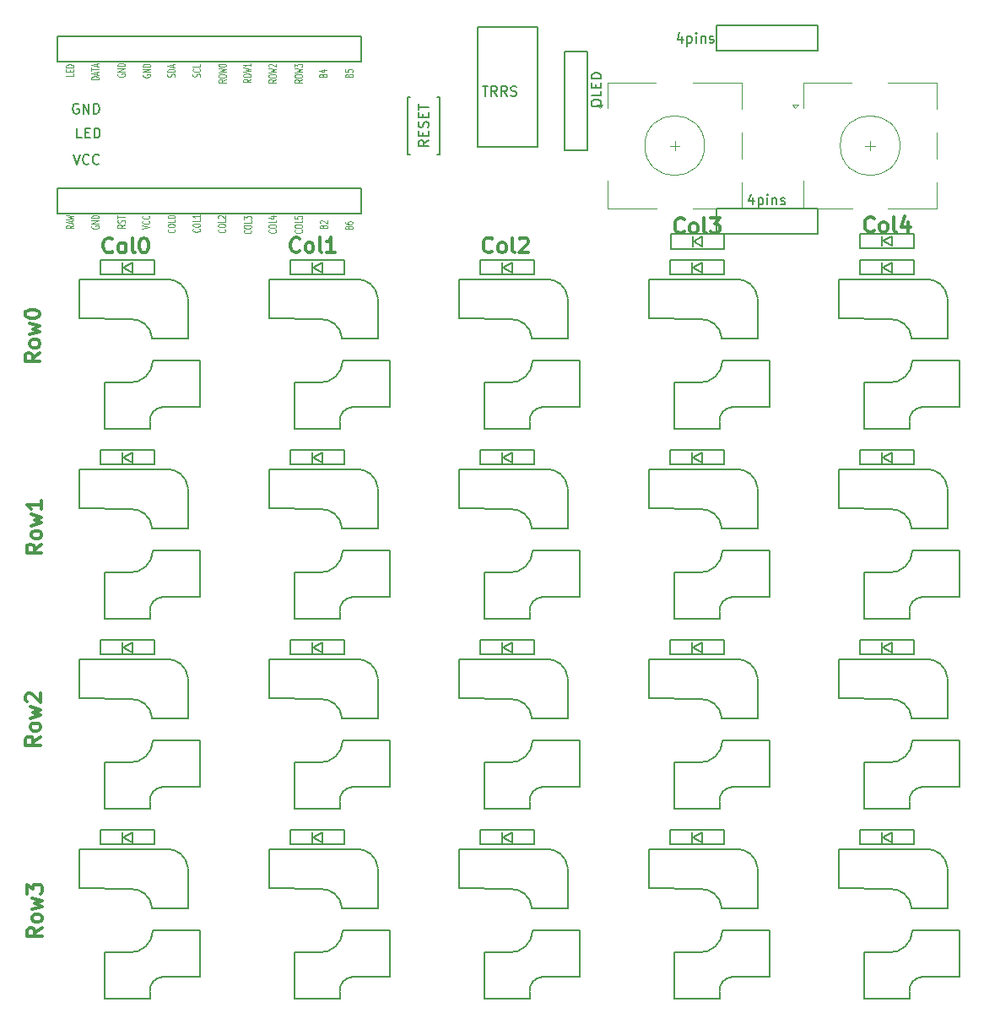
<source format=gbr>
G04 #@! TF.GenerationSoftware,KiCad,Pcbnew,(5.1.6-0-10_14)*
G04 #@! TF.CreationDate,2022-12-11T18:06:32+09:00*
G04 #@! TF.ProjectId,cool644,636f6f6c-3634-4342-9e6b-696361645f70,rev?*
G04 #@! TF.SameCoordinates,Original*
G04 #@! TF.FileFunction,Legend,Top*
G04 #@! TF.FilePolarity,Positive*
%FSLAX46Y46*%
G04 Gerber Fmt 4.6, Leading zero omitted, Abs format (unit mm)*
G04 Created by KiCad (PCBNEW (5.1.6-0-10_14)) date 2022-12-11 18:06:32*
%MOMM*%
%LPD*%
G01*
G04 APERTURE LIST*
%ADD10C,0.300000*%
%ADD11C,0.150000*%
%ADD12C,0.120000*%
%ADD13C,0.125000*%
G04 APERTURE END LIST*
D10*
X-1481428Y9594285D02*
X-1552857Y9522857D01*
X-1767142Y9451428D01*
X-1910000Y9451428D01*
X-2124285Y9522857D01*
X-2267142Y9665714D01*
X-2338571Y9808571D01*
X-2410000Y10094285D01*
X-2410000Y10308571D01*
X-2338571Y10594285D01*
X-2267142Y10737142D01*
X-2124285Y10880000D01*
X-1910000Y10951428D01*
X-1767142Y10951428D01*
X-1552857Y10880000D01*
X-1481428Y10808571D01*
X-624285Y9451428D02*
X-767142Y9522857D01*
X-838571Y9594285D01*
X-909999Y9737142D01*
X-909999Y10165714D01*
X-838571Y10308571D01*
X-767142Y10380000D01*
X-624285Y10451428D01*
X-410000Y10451428D01*
X-267142Y10380000D01*
X-195714Y10308571D01*
X-124285Y10165714D01*
X-124285Y9737142D01*
X-195714Y9594285D01*
X-267142Y9522857D01*
X-410000Y9451428D01*
X-624285Y9451428D01*
X732857Y9451428D02*
X590000Y9522857D01*
X518571Y9665714D01*
X518571Y10951428D01*
X1590000Y10951428D02*
X1732857Y10951428D01*
X1875714Y10880000D01*
X1947142Y10808571D01*
X2018571Y10665714D01*
X2090000Y10380000D01*
X2090000Y10022857D01*
X2018571Y9737142D01*
X1947142Y9594285D01*
X1875714Y9522857D01*
X1732857Y9451428D01*
X1590000Y9451428D01*
X1447142Y9522857D01*
X1375714Y9594285D01*
X1304285Y9737142D01*
X1232857Y10022857D01*
X1232857Y10380000D01*
X1304285Y10665714D01*
X1375714Y10808571D01*
X1447142Y10880000D01*
X1590000Y10951428D01*
X55858571Y11574285D02*
X55787142Y11502857D01*
X55572857Y11431428D01*
X55430000Y11431428D01*
X55215714Y11502857D01*
X55072857Y11645714D01*
X55001428Y11788571D01*
X54930000Y12074285D01*
X54930000Y12288571D01*
X55001428Y12574285D01*
X55072857Y12717142D01*
X55215714Y12860000D01*
X55430000Y12931428D01*
X55572857Y12931428D01*
X55787142Y12860000D01*
X55858571Y12788571D01*
X56715714Y11431428D02*
X56572857Y11502857D01*
X56501428Y11574285D01*
X56430000Y11717142D01*
X56430000Y12145714D01*
X56501428Y12288571D01*
X56572857Y12360000D01*
X56715714Y12431428D01*
X56930000Y12431428D01*
X57072857Y12360000D01*
X57144285Y12288571D01*
X57215714Y12145714D01*
X57215714Y11717142D01*
X57144285Y11574285D01*
X57072857Y11502857D01*
X56930000Y11431428D01*
X56715714Y11431428D01*
X58072857Y11431428D02*
X57930000Y11502857D01*
X57858571Y11645714D01*
X57858571Y12931428D01*
X58501428Y12931428D02*
X59430000Y12931428D01*
X58930000Y12360000D01*
X59144285Y12360000D01*
X59287142Y12288571D01*
X59358571Y12217142D01*
X59430000Y12074285D01*
X59430000Y11717142D01*
X59358571Y11574285D01*
X59287142Y11502857D01*
X59144285Y11431428D01*
X58715714Y11431428D01*
X58572857Y11502857D01*
X58501428Y11574285D01*
X17298571Y9624285D02*
X17227142Y9552857D01*
X17012857Y9481428D01*
X16870000Y9481428D01*
X16655714Y9552857D01*
X16512857Y9695714D01*
X16441428Y9838571D01*
X16370000Y10124285D01*
X16370000Y10338571D01*
X16441428Y10624285D01*
X16512857Y10767142D01*
X16655714Y10910000D01*
X16870000Y10981428D01*
X17012857Y10981428D01*
X17227142Y10910000D01*
X17298571Y10838571D01*
X18155714Y9481428D02*
X18012857Y9552857D01*
X17941428Y9624285D01*
X17870000Y9767142D01*
X17870000Y10195714D01*
X17941428Y10338571D01*
X18012857Y10410000D01*
X18155714Y10481428D01*
X18370000Y10481428D01*
X18512857Y10410000D01*
X18584285Y10338571D01*
X18655714Y10195714D01*
X18655714Y9767142D01*
X18584285Y9624285D01*
X18512857Y9552857D01*
X18370000Y9481428D01*
X18155714Y9481428D01*
X19512857Y9481428D02*
X19370000Y9552857D01*
X19298571Y9695714D01*
X19298571Y10981428D01*
X20870000Y9481428D02*
X20012857Y9481428D01*
X20441428Y9481428D02*
X20441428Y10981428D01*
X20298571Y10767142D01*
X20155714Y10624285D01*
X20012857Y10552857D01*
X-8731428Y-39074285D02*
X-9445714Y-39574285D01*
X-8731428Y-39931428D02*
X-10231428Y-39931428D01*
X-10231428Y-39360000D01*
X-10160000Y-39217142D01*
X-10088571Y-39145714D01*
X-9945714Y-39074285D01*
X-9731428Y-39074285D01*
X-9588571Y-39145714D01*
X-9517142Y-39217142D01*
X-9445714Y-39360000D01*
X-9445714Y-39931428D01*
X-8731428Y-38217142D02*
X-8802857Y-38360000D01*
X-8874285Y-38431428D01*
X-9017142Y-38502857D01*
X-9445714Y-38502857D01*
X-9588571Y-38431428D01*
X-9660000Y-38360000D01*
X-9731428Y-38217142D01*
X-9731428Y-38002857D01*
X-9660000Y-37860000D01*
X-9588571Y-37788571D01*
X-9445714Y-37717142D01*
X-9017142Y-37717142D01*
X-8874285Y-37788571D01*
X-8802857Y-37860000D01*
X-8731428Y-38002857D01*
X-8731428Y-38217142D01*
X-9731428Y-37217142D02*
X-8731428Y-36931428D01*
X-9445714Y-36645714D01*
X-8731428Y-36360000D01*
X-9731428Y-36074285D01*
X-10088571Y-35574285D02*
X-10160000Y-35502857D01*
X-10231428Y-35360000D01*
X-10231428Y-35002857D01*
X-10160000Y-34860000D01*
X-10088571Y-34788571D01*
X-9945714Y-34717142D01*
X-9802857Y-34717142D01*
X-9588571Y-34788571D01*
X-8731428Y-35645714D01*
X-8731428Y-34717142D01*
X74908571Y11684285D02*
X74837142Y11612857D01*
X74622857Y11541428D01*
X74480000Y11541428D01*
X74265714Y11612857D01*
X74122857Y11755714D01*
X74051428Y11898571D01*
X73980000Y12184285D01*
X73980000Y12398571D01*
X74051428Y12684285D01*
X74122857Y12827142D01*
X74265714Y12970000D01*
X74480000Y13041428D01*
X74622857Y13041428D01*
X74837142Y12970000D01*
X74908571Y12898571D01*
X75765714Y11541428D02*
X75622857Y11612857D01*
X75551428Y11684285D01*
X75480000Y11827142D01*
X75480000Y12255714D01*
X75551428Y12398571D01*
X75622857Y12470000D01*
X75765714Y12541428D01*
X75980000Y12541428D01*
X76122857Y12470000D01*
X76194285Y12398571D01*
X76265714Y12255714D01*
X76265714Y11827142D01*
X76194285Y11684285D01*
X76122857Y11612857D01*
X75980000Y11541428D01*
X75765714Y11541428D01*
X77122857Y11541428D02*
X76980000Y11612857D01*
X76908571Y11755714D01*
X76908571Y13041428D01*
X78337142Y12541428D02*
X78337142Y11541428D01*
X77980000Y13112857D02*
X77622857Y12041428D01*
X78551428Y12041428D01*
X36628571Y9614285D02*
X36557142Y9542857D01*
X36342857Y9471428D01*
X36200000Y9471428D01*
X35985714Y9542857D01*
X35842857Y9685714D01*
X35771428Y9828571D01*
X35700000Y10114285D01*
X35700000Y10328571D01*
X35771428Y10614285D01*
X35842857Y10757142D01*
X35985714Y10900000D01*
X36200000Y10971428D01*
X36342857Y10971428D01*
X36557142Y10900000D01*
X36628571Y10828571D01*
X37485714Y9471428D02*
X37342857Y9542857D01*
X37271428Y9614285D01*
X37200000Y9757142D01*
X37200000Y10185714D01*
X37271428Y10328571D01*
X37342857Y10400000D01*
X37485714Y10471428D01*
X37700000Y10471428D01*
X37842857Y10400000D01*
X37914285Y10328571D01*
X37985714Y10185714D01*
X37985714Y9757142D01*
X37914285Y9614285D01*
X37842857Y9542857D01*
X37700000Y9471428D01*
X37485714Y9471428D01*
X38842857Y9471428D02*
X38700000Y9542857D01*
X38628571Y9685714D01*
X38628571Y10971428D01*
X39342857Y10828571D02*
X39414285Y10900000D01*
X39557142Y10971428D01*
X39914285Y10971428D01*
X40057142Y10900000D01*
X40128571Y10828571D01*
X40200000Y10685714D01*
X40200000Y10542857D01*
X40128571Y10328571D01*
X39271428Y9471428D01*
X40200000Y9471428D01*
X-8561428Y-58244285D02*
X-9275714Y-58744285D01*
X-8561428Y-59101428D02*
X-10061428Y-59101428D01*
X-10061428Y-58530000D01*
X-9990000Y-58387142D01*
X-9918571Y-58315714D01*
X-9775714Y-58244285D01*
X-9561428Y-58244285D01*
X-9418571Y-58315714D01*
X-9347142Y-58387142D01*
X-9275714Y-58530000D01*
X-9275714Y-59101428D01*
X-8561428Y-57387142D02*
X-8632857Y-57530000D01*
X-8704285Y-57601428D01*
X-8847142Y-57672857D01*
X-9275714Y-57672857D01*
X-9418571Y-57601428D01*
X-9490000Y-57530000D01*
X-9561428Y-57387142D01*
X-9561428Y-57172857D01*
X-9490000Y-57030000D01*
X-9418571Y-56958571D01*
X-9275714Y-56887142D01*
X-8847142Y-56887142D01*
X-8704285Y-56958571D01*
X-8632857Y-57030000D01*
X-8561428Y-57172857D01*
X-8561428Y-57387142D01*
X-9561428Y-56387142D02*
X-8561428Y-56101428D01*
X-9275714Y-55815714D01*
X-8561428Y-55530000D01*
X-9561428Y-55244285D01*
X-10061428Y-54815714D02*
X-10061428Y-53887142D01*
X-9490000Y-54387142D01*
X-9490000Y-54172857D01*
X-9418571Y-54030000D01*
X-9347142Y-53958571D01*
X-9204285Y-53887142D01*
X-8847142Y-53887142D01*
X-8704285Y-53958571D01*
X-8632857Y-54030000D01*
X-8561428Y-54172857D01*
X-8561428Y-54601428D01*
X-8632857Y-54744285D01*
X-8704285Y-54815714D01*
X-8771428Y-614285D02*
X-9485714Y-1114285D01*
X-8771428Y-1471428D02*
X-10271428Y-1471428D01*
X-10271428Y-900000D01*
X-10200000Y-757142D01*
X-10128571Y-685714D01*
X-9985714Y-614285D01*
X-9771428Y-614285D01*
X-9628571Y-685714D01*
X-9557142Y-757142D01*
X-9485714Y-900000D01*
X-9485714Y-1471428D01*
X-8771428Y242857D02*
X-8842857Y100000D01*
X-8914285Y28571D01*
X-9057142Y-42857D01*
X-9485714Y-42857D01*
X-9628571Y28571D01*
X-9700000Y100000D01*
X-9771428Y242857D01*
X-9771428Y457142D01*
X-9700000Y600000D01*
X-9628571Y671428D01*
X-9485714Y742857D01*
X-9057142Y742857D01*
X-8914285Y671428D01*
X-8842857Y600000D01*
X-8771428Y457142D01*
X-8771428Y242857D01*
X-9771428Y1242857D02*
X-8771428Y1528571D01*
X-9485714Y1814285D01*
X-8771428Y2100000D01*
X-9771428Y2385714D01*
X-10271428Y3242857D02*
X-10271428Y3385714D01*
X-10200000Y3528571D01*
X-10128571Y3599999D01*
X-9985714Y3671428D01*
X-9700000Y3742857D01*
X-9342857Y3742857D01*
X-9057142Y3671428D01*
X-8914285Y3599999D01*
X-8842857Y3528571D01*
X-8771428Y3385714D01*
X-8771428Y3242857D01*
X-8842857Y3099999D01*
X-8914285Y3028571D01*
X-9057142Y2957142D01*
X-9342857Y2885714D01*
X-9700000Y2885714D01*
X-9985714Y2957142D01*
X-10128571Y3028571D01*
X-10200000Y3099999D01*
X-10271428Y3242857D01*
X-8601428Y-19784285D02*
X-9315714Y-20284285D01*
X-8601428Y-20641428D02*
X-10101428Y-20641428D01*
X-10101428Y-20070000D01*
X-10030000Y-19927142D01*
X-9958571Y-19855714D01*
X-9815714Y-19784285D01*
X-9601428Y-19784285D01*
X-9458571Y-19855714D01*
X-9387142Y-19927142D01*
X-9315714Y-20070000D01*
X-9315714Y-20641428D01*
X-8601428Y-18927142D02*
X-8672857Y-19070000D01*
X-8744285Y-19141428D01*
X-8887142Y-19212857D01*
X-9315714Y-19212857D01*
X-9458571Y-19141428D01*
X-9530000Y-19070000D01*
X-9601428Y-18927142D01*
X-9601428Y-18712857D01*
X-9530000Y-18570000D01*
X-9458571Y-18498571D01*
X-9315714Y-18427142D01*
X-8887142Y-18427142D01*
X-8744285Y-18498571D01*
X-8672857Y-18570000D01*
X-8601428Y-18712857D01*
X-8601428Y-18927142D01*
X-9601428Y-17927142D02*
X-8601428Y-17641428D01*
X-9315714Y-17355714D01*
X-8601428Y-17070000D01*
X-9601428Y-16784285D01*
X-8601428Y-15427142D02*
X-8601428Y-16284285D01*
X-8601428Y-15855714D02*
X-10101428Y-15855714D01*
X-9887142Y-15998571D01*
X-9744285Y-16141428D01*
X-9672857Y-16284285D01*
D11*
X6100000Y896000D02*
X2490000Y896000D01*
X6100000Y4850000D02*
X6100000Y905000D01*
X-4800000Y6804000D02*
X3825000Y6804000D01*
X-4800000Y2896000D02*
X-4800000Y6804000D01*
X-4800000Y2850000D02*
X250000Y2804000D01*
X-2275000Y-8225000D02*
X2275000Y-8225000D01*
X-2275000Y-3575000D02*
X275000Y-3575000D01*
X2575000Y-1375000D02*
X7275000Y-1375000D01*
X3500000Y-6025000D02*
X7275000Y-6025000D01*
X-2300000Y-3600000D02*
X-2300000Y-8200000D01*
X7275000Y-1400000D02*
X7300000Y-6000000D01*
X2280000Y-7500000D02*
X2280000Y-8200000D01*
X6089000Y4920000D02*
G75*
G03*
X3825000Y6804000I-2074000J-190000D01*
G01*
X2485000Y920000D02*
G75*
G03*
X225000Y2800000I-2070000J-190000D01*
G01*
X2570000Y-1400000D02*
G75*
G02*
X200000Y-3570000I-2270000J100000D01*
G01*
X2280000Y-7450000D02*
G75*
G02*
X3500000Y-6030000I1320000J100000D01*
G01*
X44200000Y896000D02*
X40590000Y896000D01*
X44200000Y4850000D02*
X44200000Y905000D01*
X33300000Y6804000D02*
X41925000Y6804000D01*
X33300000Y2896000D02*
X33300000Y6804000D01*
X33300000Y2850000D02*
X38350000Y2804000D01*
X35825000Y-8225000D02*
X40375000Y-8225000D01*
X35825000Y-3575000D02*
X38375000Y-3575000D01*
X40675000Y-1375000D02*
X45375000Y-1375000D01*
X41600000Y-6025000D02*
X45375000Y-6025000D01*
X35800000Y-3600000D02*
X35800000Y-8200000D01*
X45375000Y-1400000D02*
X45400000Y-6000000D01*
X40380000Y-7500000D02*
X40380000Y-8200000D01*
X44189000Y4920000D02*
G75*
G03*
X41925000Y6804000I-2074000J-190000D01*
G01*
X40585000Y920000D02*
G75*
G03*
X38325000Y2800000I-2070000J-190000D01*
G01*
X40670000Y-1400000D02*
G75*
G02*
X38300000Y-3570000I-2270000J100000D01*
G01*
X40380000Y-7450000D02*
G75*
G02*
X41600000Y-6030000I1320000J100000D01*
G01*
X37700000Y8000000D02*
X38600000Y8500000D01*
X38600000Y8500000D02*
X38600000Y7500000D01*
X38600000Y7500000D02*
X37700000Y8000000D01*
X37600000Y8500000D02*
X37600000Y7500000D01*
X40800000Y8750000D02*
X35400000Y8750000D01*
X35400000Y8750000D02*
X35400000Y7250000D01*
X35400000Y7250000D02*
X40800000Y7250000D01*
X40800000Y7250000D02*
X40800000Y8750000D01*
X56750000Y8000000D02*
X57650000Y8500000D01*
X57650000Y8500000D02*
X57650000Y7500000D01*
X57650000Y7500000D02*
X56750000Y8000000D01*
X56650000Y8500000D02*
X56650000Y7500000D01*
X59850000Y8750000D02*
X54450000Y8750000D01*
X54450000Y8750000D02*
X54450000Y7250000D01*
X54450000Y7250000D02*
X59850000Y7250000D01*
X59850000Y7250000D02*
X59850000Y8750000D01*
X75800000Y8000000D02*
X76700000Y8500000D01*
X76700000Y8500000D02*
X76700000Y7500000D01*
X76700000Y7500000D02*
X75800000Y8000000D01*
X75700000Y8500000D02*
X75700000Y7500000D01*
X78900000Y8750000D02*
X73500000Y8750000D01*
X73500000Y8750000D02*
X73500000Y7250000D01*
X73500000Y7250000D02*
X78900000Y7250000D01*
X78900000Y7250000D02*
X78900000Y8750000D01*
X18650000Y8000000D02*
X19550000Y8500000D01*
X19550000Y8500000D02*
X19550000Y7500000D01*
X19550000Y7500000D02*
X18650000Y8000000D01*
X18550000Y8500000D02*
X18550000Y7500000D01*
X21750000Y8750000D02*
X16350000Y8750000D01*
X16350000Y8750000D02*
X16350000Y7250000D01*
X16350000Y7250000D02*
X21750000Y7250000D01*
X21750000Y7250000D02*
X21750000Y8750000D01*
X78480000Y-7500000D02*
X78480000Y-8200000D01*
X83475000Y-1400000D02*
X83500000Y-6000000D01*
X73900000Y-3600000D02*
X73900000Y-8200000D01*
X79700000Y-6025000D02*
X83475000Y-6025000D01*
X78775000Y-1375000D02*
X83475000Y-1375000D01*
X73925000Y-3575000D02*
X76475000Y-3575000D01*
X73925000Y-8225000D02*
X78475000Y-8225000D01*
X71400000Y2850000D02*
X76450000Y2804000D01*
X71400000Y2896000D02*
X71400000Y6804000D01*
X71400000Y6804000D02*
X80025000Y6804000D01*
X82300000Y4850000D02*
X82300000Y905000D01*
X82300000Y896000D02*
X78690000Y896000D01*
X78480000Y-7450000D02*
G75*
G02*
X79700000Y-6030000I1320000J100000D01*
G01*
X78770000Y-1400000D02*
G75*
G02*
X76400000Y-3570000I-2270000J100000D01*
G01*
X78685000Y920000D02*
G75*
G03*
X76425000Y2800000I-2070000J-190000D01*
G01*
X82289000Y4920000D02*
G75*
G03*
X80025000Y6804000I-2074000J-190000D01*
G01*
X35130000Y32070000D02*
X41130000Y32070000D01*
X41130000Y32070000D02*
X41130000Y20070000D01*
X41130000Y20070000D02*
X35130000Y20070000D01*
X35130000Y20070000D02*
X35130000Y32070000D01*
X31350000Y19350000D02*
X31350000Y25050000D01*
X31350000Y25050000D02*
X31100000Y25050000D01*
X31350000Y19350000D02*
X31100000Y19350000D01*
X28150000Y19350000D02*
X28400000Y19350000D01*
X28150000Y19350000D02*
X28150000Y25050000D01*
X28150000Y25050000D02*
X28400000Y25050000D01*
X43830000Y29660000D02*
X43830000Y19760000D01*
X46130000Y29660000D02*
X46130000Y19760000D01*
X46130000Y19760000D02*
X43830000Y19760000D01*
X43830000Y29660000D02*
X46130000Y29660000D01*
X25150000Y896000D02*
X21540000Y896000D01*
X25150000Y4850000D02*
X25150000Y905000D01*
X14250000Y6804000D02*
X22875000Y6804000D01*
X14250000Y2896000D02*
X14250000Y6804000D01*
X14250000Y2850000D02*
X19300000Y2804000D01*
X16775000Y-8225000D02*
X21325000Y-8225000D01*
X16775000Y-3575000D02*
X19325000Y-3575000D01*
X21625000Y-1375000D02*
X26325000Y-1375000D01*
X22550000Y-6025000D02*
X26325000Y-6025000D01*
X16750000Y-3600000D02*
X16750000Y-8200000D01*
X26325000Y-1400000D02*
X26350000Y-6000000D01*
X21330000Y-7500000D02*
X21330000Y-8200000D01*
X25139000Y4920000D02*
G75*
G03*
X22875000Y6804000I-2074000J-190000D01*
G01*
X21535000Y920000D02*
G75*
G03*
X19275000Y2800000I-2070000J-190000D01*
G01*
X21620000Y-1400000D02*
G75*
G02*
X19250000Y-3570000I-2270000J100000D01*
G01*
X21330000Y-7450000D02*
G75*
G02*
X22550000Y-6030000I1320000J100000D01*
G01*
X-400000Y-11050000D02*
X500000Y-10550000D01*
X500000Y-10550000D02*
X500000Y-11550000D01*
X500000Y-11550000D02*
X-400000Y-11050000D01*
X-500000Y-10550000D02*
X-500000Y-11550000D01*
X2700000Y-10300000D02*
X-2700000Y-10300000D01*
X-2700000Y-10300000D02*
X-2700000Y-11800000D01*
X-2700000Y-11800000D02*
X2700000Y-11800000D01*
X2700000Y-11800000D02*
X2700000Y-10300000D01*
X56750000Y-11050000D02*
X57650000Y-10550000D01*
X57650000Y-10550000D02*
X57650000Y-11550000D01*
X57650000Y-11550000D02*
X56750000Y-11050000D01*
X56650000Y-10550000D02*
X56650000Y-11550000D01*
X59850000Y-10300000D02*
X54450000Y-10300000D01*
X54450000Y-10300000D02*
X54450000Y-11800000D01*
X54450000Y-11800000D02*
X59850000Y-11800000D01*
X59850000Y-11800000D02*
X59850000Y-10300000D01*
X18650000Y-49150000D02*
X19550000Y-48650000D01*
X19550000Y-48650000D02*
X19550000Y-49650000D01*
X19550000Y-49650000D02*
X18650000Y-49150000D01*
X18550000Y-48650000D02*
X18550000Y-49650000D01*
X21750000Y-48400000D02*
X16350000Y-48400000D01*
X16350000Y-48400000D02*
X16350000Y-49900000D01*
X16350000Y-49900000D02*
X21750000Y-49900000D01*
X21750000Y-49900000D02*
X21750000Y-48400000D01*
X37700000Y-11050000D02*
X38600000Y-10550000D01*
X38600000Y-10550000D02*
X38600000Y-11550000D01*
X38600000Y-11550000D02*
X37700000Y-11050000D01*
X37600000Y-10550000D02*
X37600000Y-11550000D01*
X40800000Y-10300000D02*
X35400000Y-10300000D01*
X35400000Y-10300000D02*
X35400000Y-11800000D01*
X35400000Y-11800000D02*
X40800000Y-11800000D01*
X40800000Y-11800000D02*
X40800000Y-10300000D01*
X18650000Y-11050000D02*
X19550000Y-10550000D01*
X19550000Y-10550000D02*
X19550000Y-11550000D01*
X19550000Y-11550000D02*
X18650000Y-11050000D01*
X18550000Y-10550000D02*
X18550000Y-11550000D01*
X21750000Y-10300000D02*
X16350000Y-10300000D01*
X16350000Y-10300000D02*
X16350000Y-11800000D01*
X16350000Y-11800000D02*
X21750000Y-11800000D01*
X21750000Y-11800000D02*
X21750000Y-10300000D01*
X37700000Y-49150000D02*
X38600000Y-48650000D01*
X38600000Y-48650000D02*
X38600000Y-49650000D01*
X38600000Y-49650000D02*
X37700000Y-49150000D01*
X37600000Y-48650000D02*
X37600000Y-49650000D01*
X40800000Y-48400000D02*
X35400000Y-48400000D01*
X35400000Y-48400000D02*
X35400000Y-49900000D01*
X35400000Y-49900000D02*
X40800000Y-49900000D01*
X40800000Y-49900000D02*
X40800000Y-48400000D01*
X56750000Y-49150000D02*
X57650000Y-48650000D01*
X57650000Y-48650000D02*
X57650000Y-49650000D01*
X57650000Y-49650000D02*
X56750000Y-49150000D01*
X56650000Y-48650000D02*
X56650000Y-49650000D01*
X59850000Y-48400000D02*
X54450000Y-48400000D01*
X54450000Y-48400000D02*
X54450000Y-49900000D01*
X54450000Y-49900000D02*
X59850000Y-49900000D01*
X59850000Y-49900000D02*
X59850000Y-48400000D01*
X23482000Y28646400D02*
X-6998000Y28646400D01*
X23482000Y31186400D02*
X23482000Y28646400D01*
X-6998000Y31186400D02*
X23482000Y31186400D01*
X-6998000Y28646400D02*
X-6998000Y31186400D01*
X23482000Y13426400D02*
X-6998000Y13426400D01*
X23482000Y15966400D02*
X23482000Y13426400D01*
X-6998000Y15966400D02*
X23482000Y15966400D01*
X-6998000Y13426400D02*
X-6998000Y15966400D01*
X78880000Y9890000D02*
X78880000Y11390000D01*
X73480000Y9890000D02*
X78880000Y9890000D01*
X73480000Y11390000D02*
X73480000Y9890000D01*
X78880000Y11390000D02*
X73480000Y11390000D01*
X75680000Y11140000D02*
X75680000Y10140000D01*
X76680000Y10140000D02*
X75780000Y10640000D01*
X76680000Y11140000D02*
X76680000Y10140000D01*
X75780000Y10640000D02*
X76680000Y11140000D01*
X82300000Y-37204000D02*
X78690000Y-37204000D01*
X82300000Y-33250000D02*
X82300000Y-37195000D01*
X71400000Y-31296000D02*
X80025000Y-31296000D01*
X71400000Y-35204000D02*
X71400000Y-31296000D01*
X71400000Y-35250000D02*
X76450000Y-35296000D01*
X73925000Y-46325000D02*
X78475000Y-46325000D01*
X73925000Y-41675000D02*
X76475000Y-41675000D01*
X78775000Y-39475000D02*
X83475000Y-39475000D01*
X79700000Y-44125000D02*
X83475000Y-44125000D01*
X73900000Y-41700000D02*
X73900000Y-46300000D01*
X83475000Y-39500000D02*
X83500000Y-44100000D01*
X78480000Y-45600000D02*
X78480000Y-46300000D01*
X82289000Y-33180000D02*
G75*
G03*
X80025000Y-31296000I-2074000J-190000D01*
G01*
X78685000Y-37180000D02*
G75*
G03*
X76425000Y-35300000I-2070000J-190000D01*
G01*
X78770000Y-39500000D02*
G75*
G02*
X76400000Y-41670000I-2270000J100000D01*
G01*
X78480000Y-45550000D02*
G75*
G02*
X79700000Y-44130000I1320000J100000D01*
G01*
X56750000Y-30100000D02*
X57650000Y-29600000D01*
X57650000Y-29600000D02*
X57650000Y-30600000D01*
X57650000Y-30600000D02*
X56750000Y-30100000D01*
X56650000Y-29600000D02*
X56650000Y-30600000D01*
X59850000Y-29350000D02*
X54450000Y-29350000D01*
X54450000Y-29350000D02*
X54450000Y-30850000D01*
X54450000Y-30850000D02*
X59850000Y-30850000D01*
X59850000Y-30850000D02*
X59850000Y-29350000D01*
X6100000Y-18154000D02*
X2490000Y-18154000D01*
X6100000Y-14200000D02*
X6100000Y-18145000D01*
X-4800000Y-12246000D02*
X3825000Y-12246000D01*
X-4800000Y-16154000D02*
X-4800000Y-12246000D01*
X-4800000Y-16200000D02*
X250000Y-16246000D01*
X-2275000Y-27275000D02*
X2275000Y-27275000D01*
X-2275000Y-22625000D02*
X275000Y-22625000D01*
X2575000Y-20425000D02*
X7275000Y-20425000D01*
X3500000Y-25075000D02*
X7275000Y-25075000D01*
X-2300000Y-22650000D02*
X-2300000Y-27250000D01*
X7275000Y-20450000D02*
X7300000Y-25050000D01*
X2280000Y-26550000D02*
X2280000Y-27250000D01*
X6089000Y-14130000D02*
G75*
G03*
X3825000Y-12246000I-2074000J-190000D01*
G01*
X2485000Y-18130000D02*
G75*
G03*
X225000Y-16250000I-2070000J-190000D01*
G01*
X2570000Y-20450000D02*
G75*
G02*
X200000Y-22620000I-2270000J100000D01*
G01*
X2280000Y-26500000D02*
G75*
G02*
X3500000Y-25080000I1320000J100000D01*
G01*
X21330000Y-64650000D02*
X21330000Y-65350000D01*
X26325000Y-58550000D02*
X26350000Y-63150000D01*
X16750000Y-60750000D02*
X16750000Y-65350000D01*
X22550000Y-63175000D02*
X26325000Y-63175000D01*
X21625000Y-58525000D02*
X26325000Y-58525000D01*
X16775000Y-60725000D02*
X19325000Y-60725000D01*
X16775000Y-65375000D02*
X21325000Y-65375000D01*
X14250000Y-54300000D02*
X19300000Y-54346000D01*
X14250000Y-54254000D02*
X14250000Y-50346000D01*
X14250000Y-50346000D02*
X22875000Y-50346000D01*
X25150000Y-52300000D02*
X25150000Y-56245000D01*
X25150000Y-56254000D02*
X21540000Y-56254000D01*
X21330000Y-64600000D02*
G75*
G02*
X22550000Y-63180000I1320000J100000D01*
G01*
X21620000Y-58550000D02*
G75*
G02*
X19250000Y-60720000I-2270000J100000D01*
G01*
X21535000Y-56230000D02*
G75*
G03*
X19275000Y-54350000I-2070000J-190000D01*
G01*
X25139000Y-52230000D02*
G75*
G03*
X22875000Y-50346000I-2074000J-190000D01*
G01*
X44200000Y-56254000D02*
X40590000Y-56254000D01*
X44200000Y-52300000D02*
X44200000Y-56245000D01*
X33300000Y-50346000D02*
X41925000Y-50346000D01*
X33300000Y-54254000D02*
X33300000Y-50346000D01*
X33300000Y-54300000D02*
X38350000Y-54346000D01*
X35825000Y-65375000D02*
X40375000Y-65375000D01*
X35825000Y-60725000D02*
X38375000Y-60725000D01*
X40675000Y-58525000D02*
X45375000Y-58525000D01*
X41600000Y-63175000D02*
X45375000Y-63175000D01*
X35800000Y-60750000D02*
X35800000Y-65350000D01*
X45375000Y-58550000D02*
X45400000Y-63150000D01*
X40380000Y-64650000D02*
X40380000Y-65350000D01*
X44189000Y-52230000D02*
G75*
G03*
X41925000Y-50346000I-2074000J-190000D01*
G01*
X40585000Y-56230000D02*
G75*
G03*
X38325000Y-54350000I-2070000J-190000D01*
G01*
X40670000Y-58550000D02*
G75*
G02*
X38300000Y-60720000I-2270000J100000D01*
G01*
X40380000Y-64600000D02*
G75*
G02*
X41600000Y-63180000I1320000J100000D01*
G01*
X59430000Y-64650000D02*
X59430000Y-65350000D01*
X64425000Y-58550000D02*
X64450000Y-63150000D01*
X54850000Y-60750000D02*
X54850000Y-65350000D01*
X60650000Y-63175000D02*
X64425000Y-63175000D01*
X59725000Y-58525000D02*
X64425000Y-58525000D01*
X54875000Y-60725000D02*
X57425000Y-60725000D01*
X54875000Y-65375000D02*
X59425000Y-65375000D01*
X52350000Y-54300000D02*
X57400000Y-54346000D01*
X52350000Y-54254000D02*
X52350000Y-50346000D01*
X52350000Y-50346000D02*
X60975000Y-50346000D01*
X63250000Y-52300000D02*
X63250000Y-56245000D01*
X63250000Y-56254000D02*
X59640000Y-56254000D01*
X59430000Y-64600000D02*
G75*
G02*
X60650000Y-63180000I1320000J100000D01*
G01*
X59720000Y-58550000D02*
G75*
G02*
X57350000Y-60720000I-2270000J100000D01*
G01*
X59635000Y-56230000D02*
G75*
G03*
X57375000Y-54350000I-2070000J-190000D01*
G01*
X63239000Y-52230000D02*
G75*
G03*
X60975000Y-50346000I-2074000J-190000D01*
G01*
X82300000Y-56254000D02*
X78690000Y-56254000D01*
X82300000Y-52300000D02*
X82300000Y-56245000D01*
X71400000Y-50346000D02*
X80025000Y-50346000D01*
X71400000Y-54254000D02*
X71400000Y-50346000D01*
X71400000Y-54300000D02*
X76450000Y-54346000D01*
X73925000Y-65375000D02*
X78475000Y-65375000D01*
X73925000Y-60725000D02*
X76475000Y-60725000D01*
X78775000Y-58525000D02*
X83475000Y-58525000D01*
X79700000Y-63175000D02*
X83475000Y-63175000D01*
X73900000Y-60750000D02*
X73900000Y-65350000D01*
X83475000Y-58550000D02*
X83500000Y-63150000D01*
X78480000Y-64650000D02*
X78480000Y-65350000D01*
X82289000Y-52230000D02*
G75*
G03*
X80025000Y-50346000I-2074000J-190000D01*
G01*
X78685000Y-56230000D02*
G75*
G03*
X76425000Y-54350000I-2070000J-190000D01*
G01*
X78770000Y-58550000D02*
G75*
G02*
X76400000Y-60720000I-2270000J100000D01*
G01*
X78480000Y-64600000D02*
G75*
G02*
X79700000Y-63180000I1320000J100000D01*
G01*
X2280000Y-64650000D02*
X2280000Y-65350000D01*
X7275000Y-58550000D02*
X7300000Y-63150000D01*
X-2300000Y-60750000D02*
X-2300000Y-65350000D01*
X3500000Y-63175000D02*
X7275000Y-63175000D01*
X2575000Y-58525000D02*
X7275000Y-58525000D01*
X-2275000Y-60725000D02*
X275000Y-60725000D01*
X-2275000Y-65375000D02*
X2275000Y-65375000D01*
X-4800000Y-54300000D02*
X250000Y-54346000D01*
X-4800000Y-54254000D02*
X-4800000Y-50346000D01*
X-4800000Y-50346000D02*
X3825000Y-50346000D01*
X6100000Y-52300000D02*
X6100000Y-56245000D01*
X6100000Y-56254000D02*
X2490000Y-56254000D01*
X2280000Y-64600000D02*
G75*
G02*
X3500000Y-63180000I1320000J100000D01*
G01*
X2570000Y-58550000D02*
G75*
G02*
X200000Y-60720000I-2270000J100000D01*
G01*
X2485000Y-56230000D02*
G75*
G03*
X225000Y-54350000I-2070000J-190000D01*
G01*
X6089000Y-52230000D02*
G75*
G03*
X3825000Y-50346000I-2074000J-190000D01*
G01*
X25150000Y-18154000D02*
X21540000Y-18154000D01*
X25150000Y-14200000D02*
X25150000Y-18145000D01*
X14250000Y-12246000D02*
X22875000Y-12246000D01*
X14250000Y-16154000D02*
X14250000Y-12246000D01*
X14250000Y-16200000D02*
X19300000Y-16246000D01*
X16775000Y-27275000D02*
X21325000Y-27275000D01*
X16775000Y-22625000D02*
X19325000Y-22625000D01*
X21625000Y-20425000D02*
X26325000Y-20425000D01*
X22550000Y-25075000D02*
X26325000Y-25075000D01*
X16750000Y-22650000D02*
X16750000Y-27250000D01*
X26325000Y-20450000D02*
X26350000Y-25050000D01*
X21330000Y-26550000D02*
X21330000Y-27250000D01*
X25139000Y-14130000D02*
G75*
G03*
X22875000Y-12246000I-2074000J-190000D01*
G01*
X21535000Y-18130000D02*
G75*
G03*
X19275000Y-16250000I-2070000J-190000D01*
G01*
X21620000Y-20450000D02*
G75*
G02*
X19250000Y-22620000I-2270000J100000D01*
G01*
X21330000Y-26500000D02*
G75*
G02*
X22550000Y-25080000I1320000J100000D01*
G01*
X40380000Y-26550000D02*
X40380000Y-27250000D01*
X45375000Y-20450000D02*
X45400000Y-25050000D01*
X35800000Y-22650000D02*
X35800000Y-27250000D01*
X41600000Y-25075000D02*
X45375000Y-25075000D01*
X40675000Y-20425000D02*
X45375000Y-20425000D01*
X35825000Y-22625000D02*
X38375000Y-22625000D01*
X35825000Y-27275000D02*
X40375000Y-27275000D01*
X33300000Y-16200000D02*
X38350000Y-16246000D01*
X33300000Y-16154000D02*
X33300000Y-12246000D01*
X33300000Y-12246000D02*
X41925000Y-12246000D01*
X44200000Y-14200000D02*
X44200000Y-18145000D01*
X44200000Y-18154000D02*
X40590000Y-18154000D01*
X40380000Y-26500000D02*
G75*
G02*
X41600000Y-25080000I1320000J100000D01*
G01*
X40670000Y-20450000D02*
G75*
G02*
X38300000Y-22620000I-2270000J100000D01*
G01*
X40585000Y-18130000D02*
G75*
G03*
X38325000Y-16250000I-2070000J-190000D01*
G01*
X44189000Y-14130000D02*
G75*
G03*
X41925000Y-12246000I-2074000J-190000D01*
G01*
X59430000Y-26550000D02*
X59430000Y-27250000D01*
X64425000Y-20450000D02*
X64450000Y-25050000D01*
X54850000Y-22650000D02*
X54850000Y-27250000D01*
X60650000Y-25075000D02*
X64425000Y-25075000D01*
X59725000Y-20425000D02*
X64425000Y-20425000D01*
X54875000Y-22625000D02*
X57425000Y-22625000D01*
X54875000Y-27275000D02*
X59425000Y-27275000D01*
X52350000Y-16200000D02*
X57400000Y-16246000D01*
X52350000Y-16154000D02*
X52350000Y-12246000D01*
X52350000Y-12246000D02*
X60975000Y-12246000D01*
X63250000Y-14200000D02*
X63250000Y-18145000D01*
X63250000Y-18154000D02*
X59640000Y-18154000D01*
X59430000Y-26500000D02*
G75*
G02*
X60650000Y-25080000I1320000J100000D01*
G01*
X59720000Y-20450000D02*
G75*
G02*
X57350000Y-22620000I-2270000J100000D01*
G01*
X59635000Y-18130000D02*
G75*
G03*
X57375000Y-16250000I-2070000J-190000D01*
G01*
X63239000Y-14130000D02*
G75*
G03*
X60975000Y-12246000I-2074000J-190000D01*
G01*
X78480000Y-26550000D02*
X78480000Y-27250000D01*
X83475000Y-20450000D02*
X83500000Y-25050000D01*
X73900000Y-22650000D02*
X73900000Y-27250000D01*
X79700000Y-25075000D02*
X83475000Y-25075000D01*
X78775000Y-20425000D02*
X83475000Y-20425000D01*
X73925000Y-22625000D02*
X76475000Y-22625000D01*
X73925000Y-27275000D02*
X78475000Y-27275000D01*
X71400000Y-16200000D02*
X76450000Y-16246000D01*
X71400000Y-16154000D02*
X71400000Y-12246000D01*
X71400000Y-12246000D02*
X80025000Y-12246000D01*
X82300000Y-14200000D02*
X82300000Y-18145000D01*
X82300000Y-18154000D02*
X78690000Y-18154000D01*
X78480000Y-26500000D02*
G75*
G02*
X79700000Y-25080000I1320000J100000D01*
G01*
X78770000Y-20450000D02*
G75*
G02*
X76400000Y-22620000I-2270000J100000D01*
G01*
X78685000Y-18130000D02*
G75*
G03*
X76425000Y-16250000I-2070000J-190000D01*
G01*
X82289000Y-14130000D02*
G75*
G03*
X80025000Y-12246000I-2074000J-190000D01*
G01*
X6100000Y-37204000D02*
X2490000Y-37204000D01*
X6100000Y-33250000D02*
X6100000Y-37195000D01*
X-4800000Y-31296000D02*
X3825000Y-31296000D01*
X-4800000Y-35204000D02*
X-4800000Y-31296000D01*
X-4800000Y-35250000D02*
X250000Y-35296000D01*
X-2275000Y-46325000D02*
X2275000Y-46325000D01*
X-2275000Y-41675000D02*
X275000Y-41675000D01*
X2575000Y-39475000D02*
X7275000Y-39475000D01*
X3500000Y-44125000D02*
X7275000Y-44125000D01*
X-2300000Y-41700000D02*
X-2300000Y-46300000D01*
X7275000Y-39500000D02*
X7300000Y-44100000D01*
X2280000Y-45600000D02*
X2280000Y-46300000D01*
X6089000Y-33180000D02*
G75*
G03*
X3825000Y-31296000I-2074000J-190000D01*
G01*
X2485000Y-37180000D02*
G75*
G03*
X225000Y-35300000I-2070000J-190000D01*
G01*
X2570000Y-39500000D02*
G75*
G02*
X200000Y-41670000I-2270000J100000D01*
G01*
X2280000Y-45550000D02*
G75*
G02*
X3500000Y-44130000I1320000J100000D01*
G01*
X21330000Y-45600000D02*
X21330000Y-46300000D01*
X26325000Y-39500000D02*
X26350000Y-44100000D01*
X16750000Y-41700000D02*
X16750000Y-46300000D01*
X22550000Y-44125000D02*
X26325000Y-44125000D01*
X21625000Y-39475000D02*
X26325000Y-39475000D01*
X16775000Y-41675000D02*
X19325000Y-41675000D01*
X16775000Y-46325000D02*
X21325000Y-46325000D01*
X14250000Y-35250000D02*
X19300000Y-35296000D01*
X14250000Y-35204000D02*
X14250000Y-31296000D01*
X14250000Y-31296000D02*
X22875000Y-31296000D01*
X25150000Y-33250000D02*
X25150000Y-37195000D01*
X25150000Y-37204000D02*
X21540000Y-37204000D01*
X21330000Y-45550000D02*
G75*
G02*
X22550000Y-44130000I1320000J100000D01*
G01*
X21620000Y-39500000D02*
G75*
G02*
X19250000Y-41670000I-2270000J100000D01*
G01*
X21535000Y-37180000D02*
G75*
G03*
X19275000Y-35300000I-2070000J-190000D01*
G01*
X25139000Y-33180000D02*
G75*
G03*
X22875000Y-31296000I-2074000J-190000D01*
G01*
X44200000Y-37204000D02*
X40590000Y-37204000D01*
X44200000Y-33250000D02*
X44200000Y-37195000D01*
X33300000Y-31296000D02*
X41925000Y-31296000D01*
X33300000Y-35204000D02*
X33300000Y-31296000D01*
X33300000Y-35250000D02*
X38350000Y-35296000D01*
X35825000Y-46325000D02*
X40375000Y-46325000D01*
X35825000Y-41675000D02*
X38375000Y-41675000D01*
X40675000Y-39475000D02*
X45375000Y-39475000D01*
X41600000Y-44125000D02*
X45375000Y-44125000D01*
X35800000Y-41700000D02*
X35800000Y-46300000D01*
X45375000Y-39500000D02*
X45400000Y-44100000D01*
X40380000Y-45600000D02*
X40380000Y-46300000D01*
X44189000Y-33180000D02*
G75*
G03*
X41925000Y-31296000I-2074000J-190000D01*
G01*
X40585000Y-37180000D02*
G75*
G03*
X38325000Y-35300000I-2070000J-190000D01*
G01*
X40670000Y-39500000D02*
G75*
G02*
X38300000Y-41670000I-2270000J100000D01*
G01*
X40380000Y-45550000D02*
G75*
G02*
X41600000Y-44130000I1320000J100000D01*
G01*
X59430000Y-45600000D02*
X59430000Y-46300000D01*
X64425000Y-39500000D02*
X64450000Y-44100000D01*
X54850000Y-41700000D02*
X54850000Y-46300000D01*
X60650000Y-44125000D02*
X64425000Y-44125000D01*
X59725000Y-39475000D02*
X64425000Y-39475000D01*
X54875000Y-41675000D02*
X57425000Y-41675000D01*
X54875000Y-46325000D02*
X59425000Y-46325000D01*
X52350000Y-35250000D02*
X57400000Y-35296000D01*
X52350000Y-35204000D02*
X52350000Y-31296000D01*
X52350000Y-31296000D02*
X60975000Y-31296000D01*
X63250000Y-33250000D02*
X63250000Y-37195000D01*
X63250000Y-37204000D02*
X59640000Y-37204000D01*
X59430000Y-45550000D02*
G75*
G02*
X60650000Y-44130000I1320000J100000D01*
G01*
X59720000Y-39500000D02*
G75*
G02*
X57350000Y-41670000I-2270000J100000D01*
G01*
X59635000Y-37180000D02*
G75*
G03*
X57375000Y-35300000I-2070000J-190000D01*
G01*
X63239000Y-33180000D02*
G75*
G03*
X60975000Y-31296000I-2074000J-190000D01*
G01*
X-400000Y-30100000D02*
X500000Y-29600000D01*
X500000Y-29600000D02*
X500000Y-30600000D01*
X500000Y-30600000D02*
X-400000Y-30100000D01*
X-500000Y-29600000D02*
X-500000Y-30600000D01*
X2700000Y-29350000D02*
X-2700000Y-29350000D01*
X-2700000Y-29350000D02*
X-2700000Y-30850000D01*
X-2700000Y-30850000D02*
X2700000Y-30850000D01*
X2700000Y-30850000D02*
X2700000Y-29350000D01*
X56800000Y10620000D02*
X57700000Y11120000D01*
X57700000Y11120000D02*
X57700000Y10120000D01*
X57700000Y10120000D02*
X56800000Y10620000D01*
X56700000Y11120000D02*
X56700000Y10120000D01*
X59900000Y11370000D02*
X54500000Y11370000D01*
X54500000Y11370000D02*
X54500000Y9870000D01*
X54500000Y9870000D02*
X59900000Y9870000D01*
X59900000Y9870000D02*
X59900000Y11370000D01*
X37700000Y-30100000D02*
X38600000Y-29600000D01*
X38600000Y-29600000D02*
X38600000Y-30600000D01*
X38600000Y-30600000D02*
X37700000Y-30100000D01*
X37600000Y-29600000D02*
X37600000Y-30600000D01*
X40800000Y-29350000D02*
X35400000Y-29350000D01*
X35400000Y-29350000D02*
X35400000Y-30850000D01*
X35400000Y-30850000D02*
X40800000Y-30850000D01*
X40800000Y-30850000D02*
X40800000Y-29350000D01*
X18650000Y-30100000D02*
X19550000Y-29600000D01*
X19550000Y-29600000D02*
X19550000Y-30600000D01*
X19550000Y-30600000D02*
X18650000Y-30100000D01*
X18550000Y-29600000D02*
X18550000Y-30600000D01*
X21750000Y-29350000D02*
X16350000Y-29350000D01*
X16350000Y-29350000D02*
X16350000Y-30850000D01*
X16350000Y-30850000D02*
X21750000Y-30850000D01*
X21750000Y-30850000D02*
X21750000Y-29350000D01*
X75800000Y-11050000D02*
X76700000Y-10550000D01*
X76700000Y-10550000D02*
X76700000Y-11550000D01*
X76700000Y-11550000D02*
X75800000Y-11050000D01*
X75700000Y-10550000D02*
X75700000Y-11550000D01*
X78900000Y-10300000D02*
X73500000Y-10300000D01*
X73500000Y-10300000D02*
X73500000Y-11800000D01*
X73500000Y-11800000D02*
X78900000Y-11800000D01*
X78900000Y-11800000D02*
X78900000Y-10300000D01*
X-400000Y8000000D02*
X500000Y8500000D01*
X500000Y8500000D02*
X500000Y7500000D01*
X500000Y7500000D02*
X-400000Y8000000D01*
X-500000Y8500000D02*
X-500000Y7500000D01*
X2700000Y8750000D02*
X-2700000Y8750000D01*
X-2700000Y8750000D02*
X-2700000Y7250000D01*
X-2700000Y7250000D02*
X2700000Y7250000D01*
X2700000Y7250000D02*
X2700000Y8750000D01*
X63250000Y896000D02*
X59640000Y896000D01*
X63250000Y4850000D02*
X63250000Y905000D01*
X52350000Y6804000D02*
X60975000Y6804000D01*
X52350000Y2896000D02*
X52350000Y6804000D01*
X52350000Y2850000D02*
X57400000Y2804000D01*
X54875000Y-8225000D02*
X59425000Y-8225000D01*
X54875000Y-3575000D02*
X57425000Y-3575000D01*
X59725000Y-1375000D02*
X64425000Y-1375000D01*
X60650000Y-6025000D02*
X64425000Y-6025000D01*
X54850000Y-3600000D02*
X54850000Y-8200000D01*
X64425000Y-1400000D02*
X64450000Y-6000000D01*
X59430000Y-7500000D02*
X59430000Y-8200000D01*
X63239000Y4920000D02*
G75*
G03*
X60975000Y6804000I-2074000J-190000D01*
G01*
X59635000Y920000D02*
G75*
G03*
X57375000Y2800000I-2070000J-190000D01*
G01*
X59720000Y-1400000D02*
G75*
G02*
X57350000Y-3570000I-2270000J100000D01*
G01*
X59430000Y-7450000D02*
G75*
G02*
X60650000Y-6030000I1320000J100000D01*
G01*
X75800000Y-49150000D02*
X76700000Y-48650000D01*
X76700000Y-48650000D02*
X76700000Y-49650000D01*
X76700000Y-49650000D02*
X75800000Y-49150000D01*
X75700000Y-48650000D02*
X75700000Y-49650000D01*
X78900000Y-48400000D02*
X73500000Y-48400000D01*
X73500000Y-48400000D02*
X73500000Y-49900000D01*
X73500000Y-49900000D02*
X78900000Y-49900000D01*
X78900000Y-49900000D02*
X78900000Y-48400000D01*
X-400000Y-49150000D02*
X500000Y-48650000D01*
X500000Y-48650000D02*
X500000Y-49650000D01*
X500000Y-49650000D02*
X-400000Y-49150000D01*
X-500000Y-48650000D02*
X-500000Y-49650000D01*
X2700000Y-48400000D02*
X-2700000Y-48400000D01*
X-2700000Y-48400000D02*
X-2700000Y-49900000D01*
X-2700000Y-49900000D02*
X2700000Y-49900000D01*
X2700000Y-49900000D02*
X2700000Y-48400000D01*
X75800000Y-30100000D02*
X76700000Y-29600000D01*
X76700000Y-29600000D02*
X76700000Y-30600000D01*
X76700000Y-30600000D02*
X75800000Y-30100000D01*
X75700000Y-29600000D02*
X75700000Y-30600000D01*
X78900000Y-29350000D02*
X73500000Y-29350000D01*
X73500000Y-29350000D02*
X73500000Y-30850000D01*
X73500000Y-30850000D02*
X78900000Y-30850000D01*
X78900000Y-30850000D02*
X78900000Y-29350000D01*
X59100000Y29720000D02*
X59100000Y32260000D01*
X69260000Y32260000D02*
X69260000Y29720000D01*
X59100000Y32260000D02*
X69260000Y32260000D01*
X59100000Y29720000D02*
X69260000Y29720000D01*
D12*
X57920000Y20200000D02*
G75*
G03*
X57920000Y20200000I-3000000J0D01*
G01*
X56720000Y26500000D02*
X61620000Y26500000D01*
X61620000Y13900000D02*
X56720000Y13900000D01*
X53120000Y13900000D02*
X48220000Y13900000D01*
X48220000Y13900000D02*
X48220000Y16700000D01*
X53020000Y26500000D02*
X48220000Y26500000D01*
X48220000Y26500000D02*
X48220000Y24000000D01*
X47420000Y24000000D02*
X47120000Y24300000D01*
X47120000Y24300000D02*
X47720000Y24300000D01*
X47720000Y24300000D02*
X47420000Y24000000D01*
X61620000Y26500000D02*
X61620000Y23900000D01*
X61620000Y21500000D02*
X61620000Y18900000D01*
X61620000Y16500000D02*
X61620000Y13900000D01*
X54920000Y20700000D02*
X54920000Y19700000D01*
X54420000Y20200000D02*
X55420000Y20200000D01*
X74025001Y20200000D02*
X75025001Y20200000D01*
X74525001Y20700000D02*
X74525001Y19700000D01*
X81225001Y16500000D02*
X81225001Y13900000D01*
X81225001Y21500000D02*
X81225001Y18900000D01*
X81225001Y26500000D02*
X81225001Y23900000D01*
X67325001Y24300000D02*
X67025001Y24000000D01*
X66725001Y24300000D02*
X67325001Y24300000D01*
X67025001Y24000000D02*
X66725001Y24300000D01*
X67825001Y26500000D02*
X67825001Y24000000D01*
X72625001Y26500000D02*
X67825001Y26500000D01*
X67825001Y13900000D02*
X67825001Y16700000D01*
X72725001Y13900000D02*
X67825001Y13900000D01*
X81225001Y13900000D02*
X76325001Y13900000D01*
X76325001Y26500000D02*
X81225001Y26500000D01*
X77525001Y20200000D02*
G75*
G03*
X77525001Y20200000I-3000000J0D01*
G01*
D11*
X59080000Y11390000D02*
X59080000Y13930000D01*
X69240000Y13930000D02*
X69240000Y11390000D01*
X59080000Y13930000D02*
X69240000Y13930000D01*
X59080000Y11390000D02*
X69240000Y11390000D01*
X35618095Y26167619D02*
X36189523Y26167619D01*
X35903809Y25167619D02*
X35903809Y26167619D01*
X37094285Y25167619D02*
X36760952Y25643809D01*
X36522857Y25167619D02*
X36522857Y26167619D01*
X36903809Y26167619D01*
X36999047Y26120000D01*
X37046666Y26072380D01*
X37094285Y25977142D01*
X37094285Y25834285D01*
X37046666Y25739047D01*
X36999047Y25691428D01*
X36903809Y25643809D01*
X36522857Y25643809D01*
X38094285Y25167619D02*
X37760952Y25643809D01*
X37522857Y25167619D02*
X37522857Y26167619D01*
X37903809Y26167619D01*
X37999047Y26120000D01*
X38046666Y26072380D01*
X38094285Y25977142D01*
X38094285Y25834285D01*
X38046666Y25739047D01*
X37999047Y25691428D01*
X37903809Y25643809D01*
X37522857Y25643809D01*
X38475238Y25215238D02*
X38618095Y25167619D01*
X38856190Y25167619D01*
X38951428Y25215238D01*
X38999047Y25262857D01*
X39046666Y25358095D01*
X39046666Y25453333D01*
X38999047Y25548571D01*
X38951428Y25596190D01*
X38856190Y25643809D01*
X38665714Y25691428D01*
X38570476Y25739047D01*
X38522857Y25786666D01*
X38475238Y25881904D01*
X38475238Y25977142D01*
X38522857Y26072380D01*
X38570476Y26120000D01*
X38665714Y26167619D01*
X38903809Y26167619D01*
X39046666Y26120000D01*
X30202380Y20747619D02*
X29726190Y20414285D01*
X30202380Y20176190D02*
X29202380Y20176190D01*
X29202380Y20557142D01*
X29250000Y20652380D01*
X29297619Y20700000D01*
X29392857Y20747619D01*
X29535714Y20747619D01*
X29630952Y20700000D01*
X29678571Y20652380D01*
X29726190Y20557142D01*
X29726190Y20176190D01*
X29678571Y21176190D02*
X29678571Y21509523D01*
X30202380Y21652380D02*
X30202380Y21176190D01*
X29202380Y21176190D01*
X29202380Y21652380D01*
X30154761Y22033333D02*
X30202380Y22176190D01*
X30202380Y22414285D01*
X30154761Y22509523D01*
X30107142Y22557142D01*
X30011904Y22604761D01*
X29916666Y22604761D01*
X29821428Y22557142D01*
X29773809Y22509523D01*
X29726190Y22414285D01*
X29678571Y22223809D01*
X29630952Y22128571D01*
X29583333Y22080952D01*
X29488095Y22033333D01*
X29392857Y22033333D01*
X29297619Y22080952D01*
X29250000Y22128571D01*
X29202380Y22223809D01*
X29202380Y22461904D01*
X29250000Y22604761D01*
X29678571Y23033333D02*
X29678571Y23366666D01*
X30202380Y23509523D02*
X30202380Y23033333D01*
X29202380Y23033333D01*
X29202380Y23509523D01*
X29202380Y23795238D02*
X29202380Y24366666D01*
X30202380Y24080952D02*
X29202380Y24080952D01*
X46542380Y24347619D02*
X46542380Y24538095D01*
X46590000Y24633333D01*
X46685238Y24728571D01*
X46875714Y24776190D01*
X47209047Y24776190D01*
X47399523Y24728571D01*
X47494761Y24633333D01*
X47542380Y24538095D01*
X47542380Y24347619D01*
X47494761Y24252380D01*
X47399523Y24157142D01*
X47209047Y24109523D01*
X46875714Y24109523D01*
X46685238Y24157142D01*
X46590000Y24252380D01*
X46542380Y24347619D01*
X47542380Y25680952D02*
X47542380Y25204761D01*
X46542380Y25204761D01*
X47018571Y26014285D02*
X47018571Y26347619D01*
X47542380Y26490476D02*
X47542380Y26014285D01*
X46542380Y26014285D01*
X46542380Y26490476D01*
X47542380Y26919047D02*
X46542380Y26919047D01*
X46542380Y27157142D01*
X46590000Y27300000D01*
X46685238Y27395238D01*
X46780476Y27442857D01*
X46970952Y27490476D01*
X47113809Y27490476D01*
X47304285Y27442857D01*
X47399523Y27395238D01*
X47494761Y27300000D01*
X47542380Y27157142D01*
X47542380Y26919047D01*
D13*
X12391285Y26879047D02*
X12034142Y26712380D01*
X12391285Y26593333D02*
X11641285Y26593333D01*
X11641285Y26783809D01*
X11677000Y26831428D01*
X11712714Y26855238D01*
X11784142Y26879047D01*
X11891285Y26879047D01*
X11962714Y26855238D01*
X11998428Y26831428D01*
X12034142Y26783809D01*
X12034142Y26593333D01*
X11641285Y27188571D02*
X11641285Y27283809D01*
X11677000Y27331428D01*
X11748428Y27379047D01*
X11891285Y27402857D01*
X12141285Y27402857D01*
X12284142Y27379047D01*
X12355571Y27331428D01*
X12391285Y27283809D01*
X12391285Y27188571D01*
X12355571Y27140952D01*
X12284142Y27093333D01*
X12141285Y27069523D01*
X11891285Y27069523D01*
X11748428Y27093333D01*
X11677000Y27140952D01*
X11641285Y27188571D01*
X11641285Y27569523D02*
X12391285Y27688571D01*
X11855571Y27783809D01*
X12391285Y27879047D01*
X11641285Y27998095D01*
X12391285Y28450476D02*
X12391285Y28164761D01*
X12391285Y28307619D02*
X11641285Y28307619D01*
X11748428Y28260000D01*
X11819857Y28212380D01*
X11855571Y28164761D01*
X14867857Y11762380D02*
X14903571Y11738571D01*
X14939285Y11667142D01*
X14939285Y11619523D01*
X14903571Y11548095D01*
X14832142Y11500476D01*
X14760714Y11476666D01*
X14617857Y11452857D01*
X14510714Y11452857D01*
X14367857Y11476666D01*
X14296428Y11500476D01*
X14225000Y11548095D01*
X14189285Y11619523D01*
X14189285Y11667142D01*
X14225000Y11738571D01*
X14260714Y11762380D01*
X14189285Y12071904D02*
X14189285Y12167142D01*
X14225000Y12214761D01*
X14296428Y12262380D01*
X14439285Y12286190D01*
X14689285Y12286190D01*
X14832142Y12262380D01*
X14903571Y12214761D01*
X14939285Y12167142D01*
X14939285Y12071904D01*
X14903571Y12024285D01*
X14832142Y11976666D01*
X14689285Y11952857D01*
X14439285Y11952857D01*
X14296428Y11976666D01*
X14225000Y12024285D01*
X14189285Y12071904D01*
X14939285Y12738571D02*
X14939285Y12500476D01*
X14189285Y12500476D01*
X14439285Y13119523D02*
X14939285Y13119523D01*
X14153571Y13000476D02*
X14689285Y12881428D01*
X14689285Y13190952D01*
X14939285Y26829047D02*
X14582142Y26662380D01*
X14939285Y26543333D02*
X14189285Y26543333D01*
X14189285Y26733809D01*
X14225000Y26781428D01*
X14260714Y26805238D01*
X14332142Y26829047D01*
X14439285Y26829047D01*
X14510714Y26805238D01*
X14546428Y26781428D01*
X14582142Y26733809D01*
X14582142Y26543333D01*
X14189285Y27138571D02*
X14189285Y27233809D01*
X14225000Y27281428D01*
X14296428Y27329047D01*
X14439285Y27352857D01*
X14689285Y27352857D01*
X14832142Y27329047D01*
X14903571Y27281428D01*
X14939285Y27233809D01*
X14939285Y27138571D01*
X14903571Y27090952D01*
X14832142Y27043333D01*
X14689285Y27019523D01*
X14439285Y27019523D01*
X14296428Y27043333D01*
X14225000Y27090952D01*
X14189285Y27138571D01*
X14189285Y27519523D02*
X14939285Y27638571D01*
X14403571Y27733809D01*
X14939285Y27829047D01*
X14189285Y27948095D01*
X14260714Y28114761D02*
X14225000Y28138571D01*
X14189285Y28186190D01*
X14189285Y28305238D01*
X14225000Y28352857D01*
X14260714Y28376666D01*
X14332142Y28400476D01*
X14403571Y28400476D01*
X14510714Y28376666D01*
X14939285Y28090952D01*
X14939285Y28400476D01*
X17463357Y11762380D02*
X17499071Y11738571D01*
X17534785Y11667142D01*
X17534785Y11619523D01*
X17499071Y11548095D01*
X17427642Y11500476D01*
X17356214Y11476666D01*
X17213357Y11452857D01*
X17106214Y11452857D01*
X16963357Y11476666D01*
X16891928Y11500476D01*
X16820500Y11548095D01*
X16784785Y11619523D01*
X16784785Y11667142D01*
X16820500Y11738571D01*
X16856214Y11762380D01*
X16784785Y12071904D02*
X16784785Y12167142D01*
X16820500Y12214761D01*
X16891928Y12262380D01*
X17034785Y12286190D01*
X17284785Y12286190D01*
X17427642Y12262380D01*
X17499071Y12214761D01*
X17534785Y12167142D01*
X17534785Y12071904D01*
X17499071Y12024285D01*
X17427642Y11976666D01*
X17284785Y11952857D01*
X17034785Y11952857D01*
X16891928Y11976666D01*
X16820500Y12024285D01*
X16784785Y12071904D01*
X17534785Y12738571D02*
X17534785Y12500476D01*
X16784785Y12500476D01*
X16784785Y13143333D02*
X16784785Y12905238D01*
X17141928Y12881428D01*
X17106214Y12905238D01*
X17070500Y12952857D01*
X17070500Y13071904D01*
X17106214Y13119523D01*
X17141928Y13143333D01*
X17213357Y13167142D01*
X17391928Y13167142D01*
X17463357Y13143333D01*
X17499071Y13119523D01*
X17534785Y13071904D01*
X17534785Y12952857D01*
X17499071Y12905238D01*
X17463357Y12881428D01*
X17534785Y26829047D02*
X17177642Y26662380D01*
X17534785Y26543333D02*
X16784785Y26543333D01*
X16784785Y26733809D01*
X16820500Y26781428D01*
X16856214Y26805238D01*
X16927642Y26829047D01*
X17034785Y26829047D01*
X17106214Y26805238D01*
X17141928Y26781428D01*
X17177642Y26733809D01*
X17177642Y26543333D01*
X16784785Y27138571D02*
X16784785Y27233809D01*
X16820500Y27281428D01*
X16891928Y27329047D01*
X17034785Y27352857D01*
X17284785Y27352857D01*
X17427642Y27329047D01*
X17499071Y27281428D01*
X17534785Y27233809D01*
X17534785Y27138571D01*
X17499071Y27090952D01*
X17427642Y27043333D01*
X17284785Y27019523D01*
X17034785Y27019523D01*
X16891928Y27043333D01*
X16820500Y27090952D01*
X16784785Y27138571D01*
X16784785Y27519523D02*
X17534785Y27638571D01*
X16999071Y27733809D01*
X17534785Y27829047D01*
X16784785Y27948095D01*
X16784785Y28090952D02*
X16784785Y28400476D01*
X17070500Y28233809D01*
X17070500Y28305238D01*
X17106214Y28352857D01*
X17141928Y28376666D01*
X17213357Y28400476D01*
X17391928Y28400476D01*
X17463357Y28376666D01*
X17499071Y28352857D01*
X17534785Y28305238D01*
X17534785Y28162380D01*
X17499071Y28114761D01*
X17463357Y28090952D01*
X19646428Y12107619D02*
X19682142Y12179047D01*
X19717857Y12202857D01*
X19789285Y12226666D01*
X19896428Y12226666D01*
X19967857Y12202857D01*
X20003571Y12179047D01*
X20039285Y12131428D01*
X20039285Y11940952D01*
X19289285Y11940952D01*
X19289285Y12107619D01*
X19325000Y12155238D01*
X19360714Y12179047D01*
X19432142Y12202857D01*
X19503571Y12202857D01*
X19575000Y12179047D01*
X19610714Y12155238D01*
X19646428Y12107619D01*
X19646428Y11940952D01*
X19360714Y12417142D02*
X19325000Y12440952D01*
X19289285Y12488571D01*
X19289285Y12607619D01*
X19325000Y12655238D01*
X19360714Y12679047D01*
X19432142Y12702857D01*
X19503571Y12702857D01*
X19610714Y12679047D01*
X20039285Y12393333D01*
X20039285Y12702857D01*
X19618428Y27257619D02*
X19654142Y27329047D01*
X19689857Y27352857D01*
X19761285Y27376666D01*
X19868428Y27376666D01*
X19939857Y27352857D01*
X19975571Y27329047D01*
X20011285Y27281428D01*
X20011285Y27090952D01*
X19261285Y27090952D01*
X19261285Y27257619D01*
X19297000Y27305238D01*
X19332714Y27329047D01*
X19404142Y27352857D01*
X19475571Y27352857D01*
X19547000Y27329047D01*
X19582714Y27305238D01*
X19618428Y27257619D01*
X19618428Y27090952D01*
X19511285Y27805238D02*
X20011285Y27805238D01*
X19225571Y27686190D02*
X19761285Y27567142D01*
X19761285Y27876666D01*
X22221928Y27257619D02*
X22257642Y27329047D01*
X22293357Y27352857D01*
X22364785Y27376666D01*
X22471928Y27376666D01*
X22543357Y27352857D01*
X22579071Y27329047D01*
X22614785Y27281428D01*
X22614785Y27090952D01*
X21864785Y27090952D01*
X21864785Y27257619D01*
X21900500Y27305238D01*
X21936214Y27329047D01*
X22007642Y27352857D01*
X22079071Y27352857D01*
X22150500Y27329047D01*
X22186214Y27305238D01*
X22221928Y27257619D01*
X22221928Y27090952D01*
X21864785Y27829047D02*
X21864785Y27590952D01*
X22221928Y27567142D01*
X22186214Y27590952D01*
X22150500Y27638571D01*
X22150500Y27757619D01*
X22186214Y27805238D01*
X22221928Y27829047D01*
X22293357Y27852857D01*
X22471928Y27852857D01*
X22543357Y27829047D01*
X22579071Y27805238D01*
X22614785Y27757619D01*
X22614785Y27638571D01*
X22579071Y27590952D01*
X22543357Y27567142D01*
X22196428Y12007619D02*
X22232142Y12079047D01*
X22267857Y12102857D01*
X22339285Y12126666D01*
X22446428Y12126666D01*
X22517857Y12102857D01*
X22553571Y12079047D01*
X22589285Y12031428D01*
X22589285Y11840952D01*
X21839285Y11840952D01*
X21839285Y12007619D01*
X21875000Y12055238D01*
X21910714Y12079047D01*
X21982142Y12102857D01*
X22053571Y12102857D01*
X22125000Y12079047D01*
X22160714Y12055238D01*
X22196428Y12007619D01*
X22196428Y11840952D01*
X21839285Y12555238D02*
X21839285Y12460000D01*
X21875000Y12412380D01*
X21910714Y12388571D01*
X22017857Y12340952D01*
X22160714Y12317142D01*
X22446428Y12317142D01*
X22517857Y12340952D01*
X22553571Y12364761D01*
X22589285Y12412380D01*
X22589285Y12507619D01*
X22553571Y12555238D01*
X22517857Y12579047D01*
X22446428Y12602857D01*
X22267857Y12602857D01*
X22196428Y12579047D01*
X22160714Y12555238D01*
X22125000Y12507619D01*
X22125000Y12412380D01*
X22160714Y12364761D01*
X22196428Y12340952D01*
X22267857Y12317142D01*
X4717857Y11812380D02*
X4753571Y11788571D01*
X4789285Y11717142D01*
X4789285Y11669523D01*
X4753571Y11598095D01*
X4682142Y11550476D01*
X4610714Y11526666D01*
X4467857Y11502857D01*
X4360714Y11502857D01*
X4217857Y11526666D01*
X4146428Y11550476D01*
X4075000Y11598095D01*
X4039285Y11669523D01*
X4039285Y11717142D01*
X4075000Y11788571D01*
X4110714Y11812380D01*
X4039285Y12121904D02*
X4039285Y12217142D01*
X4075000Y12264761D01*
X4146428Y12312380D01*
X4289285Y12336190D01*
X4539285Y12336190D01*
X4682142Y12312380D01*
X4753571Y12264761D01*
X4789285Y12217142D01*
X4789285Y12121904D01*
X4753571Y12074285D01*
X4682142Y12026666D01*
X4539285Y12002857D01*
X4289285Y12002857D01*
X4146428Y12026666D01*
X4075000Y12074285D01*
X4039285Y12121904D01*
X4789285Y12788571D02*
X4789285Y12550476D01*
X4039285Y12550476D01*
X4039285Y13050476D02*
X4039285Y13098095D01*
X4075000Y13145714D01*
X4110714Y13169523D01*
X4182142Y13193333D01*
X4325000Y13217142D01*
X4503571Y13217142D01*
X4646428Y13193333D01*
X4717857Y13169523D01*
X4753571Y13145714D01*
X4789285Y13098095D01*
X4789285Y13050476D01*
X4753571Y13002857D01*
X4717857Y12979047D01*
X4646428Y12955238D01*
X4503571Y12931428D01*
X4325000Y12931428D01*
X4182142Y12955238D01*
X4110714Y12979047D01*
X4075000Y13002857D01*
X4039285Y13050476D01*
X4735571Y27113857D02*
X4771285Y27185285D01*
X4771285Y27304333D01*
X4735571Y27351952D01*
X4699857Y27375761D01*
X4628428Y27399571D01*
X4557000Y27399571D01*
X4485571Y27375761D01*
X4449857Y27351952D01*
X4414142Y27304333D01*
X4378428Y27209095D01*
X4342714Y27161476D01*
X4307000Y27137666D01*
X4235571Y27113857D01*
X4164142Y27113857D01*
X4092714Y27137666D01*
X4057000Y27161476D01*
X4021285Y27209095D01*
X4021285Y27328142D01*
X4057000Y27399571D01*
X4771285Y27613857D02*
X4021285Y27613857D01*
X4021285Y27732904D01*
X4057000Y27804333D01*
X4128428Y27851952D01*
X4199857Y27875761D01*
X4342714Y27899571D01*
X4449857Y27899571D01*
X4592714Y27875761D01*
X4664142Y27851952D01*
X4735571Y27804333D01*
X4771285Y27732904D01*
X4771285Y27613857D01*
X4557000Y28090047D02*
X4557000Y28328142D01*
X4771285Y28042428D02*
X4021285Y28209095D01*
X4771285Y28375761D01*
X7239857Y11862380D02*
X7275571Y11838571D01*
X7311285Y11767142D01*
X7311285Y11719523D01*
X7275571Y11648095D01*
X7204142Y11600476D01*
X7132714Y11576666D01*
X6989857Y11552857D01*
X6882714Y11552857D01*
X6739857Y11576666D01*
X6668428Y11600476D01*
X6597000Y11648095D01*
X6561285Y11719523D01*
X6561285Y11767142D01*
X6597000Y11838571D01*
X6632714Y11862380D01*
X6561285Y12171904D02*
X6561285Y12267142D01*
X6597000Y12314761D01*
X6668428Y12362380D01*
X6811285Y12386190D01*
X7061285Y12386190D01*
X7204142Y12362380D01*
X7275571Y12314761D01*
X7311285Y12267142D01*
X7311285Y12171904D01*
X7275571Y12124285D01*
X7204142Y12076666D01*
X7061285Y12052857D01*
X6811285Y12052857D01*
X6668428Y12076666D01*
X6597000Y12124285D01*
X6561285Y12171904D01*
X7311285Y12838571D02*
X7311285Y12600476D01*
X6561285Y12600476D01*
X7311285Y13267142D02*
X7311285Y12981428D01*
X7311285Y13124285D02*
X6561285Y13124285D01*
X6668428Y13076666D01*
X6739857Y13029047D01*
X6775571Y12981428D01*
X7275571Y27125761D02*
X7311285Y27197190D01*
X7311285Y27316238D01*
X7275571Y27363857D01*
X7239857Y27387666D01*
X7168428Y27411476D01*
X7097000Y27411476D01*
X7025571Y27387666D01*
X6989857Y27363857D01*
X6954142Y27316238D01*
X6918428Y27221000D01*
X6882714Y27173380D01*
X6847000Y27149571D01*
X6775571Y27125761D01*
X6704142Y27125761D01*
X6632714Y27149571D01*
X6597000Y27173380D01*
X6561285Y27221000D01*
X6561285Y27340047D01*
X6597000Y27411476D01*
X7239857Y27911476D02*
X7275571Y27887666D01*
X7311285Y27816238D01*
X7311285Y27768619D01*
X7275571Y27697190D01*
X7204142Y27649571D01*
X7132714Y27625761D01*
X6989857Y27601952D01*
X6882714Y27601952D01*
X6739857Y27625761D01*
X6668428Y27649571D01*
X6597000Y27697190D01*
X6561285Y27768619D01*
X6561285Y27816238D01*
X6597000Y27887666D01*
X6632714Y27911476D01*
X7311285Y28363857D02*
X7311285Y28125761D01*
X6561285Y28125761D01*
X9779857Y11812380D02*
X9815571Y11788571D01*
X9851285Y11717142D01*
X9851285Y11669523D01*
X9815571Y11598095D01*
X9744142Y11550476D01*
X9672714Y11526666D01*
X9529857Y11502857D01*
X9422714Y11502857D01*
X9279857Y11526666D01*
X9208428Y11550476D01*
X9137000Y11598095D01*
X9101285Y11669523D01*
X9101285Y11717142D01*
X9137000Y11788571D01*
X9172714Y11812380D01*
X9101285Y12121904D02*
X9101285Y12217142D01*
X9137000Y12264761D01*
X9208428Y12312380D01*
X9351285Y12336190D01*
X9601285Y12336190D01*
X9744142Y12312380D01*
X9815571Y12264761D01*
X9851285Y12217142D01*
X9851285Y12121904D01*
X9815571Y12074285D01*
X9744142Y12026666D01*
X9601285Y12002857D01*
X9351285Y12002857D01*
X9208428Y12026666D01*
X9137000Y12074285D01*
X9101285Y12121904D01*
X9851285Y12788571D02*
X9851285Y12550476D01*
X9101285Y12550476D01*
X9172714Y12931428D02*
X9137000Y12955238D01*
X9101285Y13002857D01*
X9101285Y13121904D01*
X9137000Y13169523D01*
X9172714Y13193333D01*
X9244142Y13217142D01*
X9315571Y13217142D01*
X9422714Y13193333D01*
X9851285Y12907619D01*
X9851285Y13217142D01*
X9889285Y26829047D02*
X9532142Y26662380D01*
X9889285Y26543333D02*
X9139285Y26543333D01*
X9139285Y26733809D01*
X9175000Y26781428D01*
X9210714Y26805238D01*
X9282142Y26829047D01*
X9389285Y26829047D01*
X9460714Y26805238D01*
X9496428Y26781428D01*
X9532142Y26733809D01*
X9532142Y26543333D01*
X9139285Y27138571D02*
X9139285Y27233809D01*
X9175000Y27281428D01*
X9246428Y27329047D01*
X9389285Y27352857D01*
X9639285Y27352857D01*
X9782142Y27329047D01*
X9853571Y27281428D01*
X9889285Y27233809D01*
X9889285Y27138571D01*
X9853571Y27090952D01*
X9782142Y27043333D01*
X9639285Y27019523D01*
X9389285Y27019523D01*
X9246428Y27043333D01*
X9175000Y27090952D01*
X9139285Y27138571D01*
X9139285Y27519523D02*
X9889285Y27638571D01*
X9353571Y27733809D01*
X9889285Y27829047D01*
X9139285Y27948095D01*
X9139285Y28233809D02*
X9139285Y28281428D01*
X9175000Y28329047D01*
X9210714Y28352857D01*
X9282142Y28376666D01*
X9425000Y28400476D01*
X9603571Y28400476D01*
X9746428Y28376666D01*
X9817857Y28352857D01*
X9853571Y28329047D01*
X9889285Y28281428D01*
X9889285Y28233809D01*
X9853571Y28186190D01*
X9817857Y28162380D01*
X9746428Y28138571D01*
X9603571Y28114761D01*
X9425000Y28114761D01*
X9282142Y28138571D01*
X9210714Y28162380D01*
X9175000Y28186190D01*
X9139285Y28233809D01*
X12367857Y11712380D02*
X12403571Y11688571D01*
X12439285Y11617142D01*
X12439285Y11569523D01*
X12403571Y11498095D01*
X12332142Y11450476D01*
X12260714Y11426666D01*
X12117857Y11402857D01*
X12010714Y11402857D01*
X11867857Y11426666D01*
X11796428Y11450476D01*
X11725000Y11498095D01*
X11689285Y11569523D01*
X11689285Y11617142D01*
X11725000Y11688571D01*
X11760714Y11712380D01*
X11689285Y12021904D02*
X11689285Y12117142D01*
X11725000Y12164761D01*
X11796428Y12212380D01*
X11939285Y12236190D01*
X12189285Y12236190D01*
X12332142Y12212380D01*
X12403571Y12164761D01*
X12439285Y12117142D01*
X12439285Y12021904D01*
X12403571Y11974285D01*
X12332142Y11926666D01*
X12189285Y11902857D01*
X11939285Y11902857D01*
X11796428Y11926666D01*
X11725000Y11974285D01*
X11689285Y12021904D01*
X12439285Y12688571D02*
X12439285Y12450476D01*
X11689285Y12450476D01*
X11689285Y12807619D02*
X11689285Y13117142D01*
X11975000Y12950476D01*
X11975000Y13021904D01*
X12010714Y13069523D01*
X12046428Y13093333D01*
X12117857Y13117142D01*
X12296428Y13117142D01*
X12367857Y13093333D01*
X12403571Y13069523D01*
X12439285Y13021904D01*
X12439285Y12879047D01*
X12403571Y12831428D01*
X12367857Y12807619D01*
X1580500Y27340047D02*
X1544785Y27292428D01*
X1544785Y27221000D01*
X1580500Y27149571D01*
X1651928Y27101952D01*
X1723357Y27078142D01*
X1866214Y27054333D01*
X1973357Y27054333D01*
X2116214Y27078142D01*
X2187642Y27101952D01*
X2259071Y27149571D01*
X2294785Y27221000D01*
X2294785Y27268619D01*
X2259071Y27340047D01*
X2223357Y27363857D01*
X1973357Y27363857D01*
X1973357Y27268619D01*
X2294785Y27578142D02*
X1544785Y27578142D01*
X2294785Y27863857D01*
X1544785Y27863857D01*
X2294785Y28101952D02*
X1544785Y28101952D01*
X1544785Y28221000D01*
X1580500Y28292428D01*
X1651928Y28340047D01*
X1723357Y28363857D01*
X1866214Y28387666D01*
X1973357Y28387666D01*
X2116214Y28363857D01*
X2187642Y28340047D01*
X2259071Y28292428D01*
X2294785Y28221000D01*
X2294785Y28101952D01*
X1481285Y11877833D02*
X2231285Y12044500D01*
X1481285Y12211166D01*
X2159857Y12663547D02*
X2195571Y12639738D01*
X2231285Y12568309D01*
X2231285Y12520690D01*
X2195571Y12449261D01*
X2124142Y12401642D01*
X2052714Y12377833D01*
X1909857Y12354023D01*
X1802714Y12354023D01*
X1659857Y12377833D01*
X1588428Y12401642D01*
X1517000Y12449261D01*
X1481285Y12520690D01*
X1481285Y12568309D01*
X1517000Y12639738D01*
X1552714Y12663547D01*
X2159857Y13163547D02*
X2195571Y13139738D01*
X2231285Y13068309D01*
X2231285Y13020690D01*
X2195571Y12949261D01*
X2124142Y12901642D01*
X2052714Y12877833D01*
X1909857Y12854023D01*
X1802714Y12854023D01*
X1659857Y12877833D01*
X1588428Y12901642D01*
X1517000Y12949261D01*
X1481285Y13020690D01*
X1481285Y13068309D01*
X1517000Y13139738D01*
X1552714Y13163547D01*
X-959500Y27403547D02*
X-995214Y27355928D01*
X-995214Y27284500D01*
X-959500Y27213071D01*
X-888071Y27165452D01*
X-816642Y27141642D01*
X-673785Y27117833D01*
X-566642Y27117833D01*
X-423785Y27141642D01*
X-352357Y27165452D01*
X-280928Y27213071D01*
X-245214Y27284500D01*
X-245214Y27332119D01*
X-280928Y27403547D01*
X-316642Y27427357D01*
X-566642Y27427357D01*
X-566642Y27332119D01*
X-245214Y27641642D02*
X-995214Y27641642D01*
X-245214Y27927357D01*
X-995214Y27927357D01*
X-245214Y28165452D02*
X-995214Y28165452D01*
X-995214Y28284500D01*
X-959500Y28355928D01*
X-888071Y28403547D01*
X-816642Y28427357D01*
X-673785Y28451166D01*
X-566642Y28451166D01*
X-423785Y28427357D01*
X-352357Y28403547D01*
X-280928Y28355928D01*
X-245214Y28284500D01*
X-245214Y28165452D01*
X-245214Y12270690D02*
X-602357Y12104023D01*
X-245214Y11984976D02*
X-995214Y11984976D01*
X-995214Y12175452D01*
X-959500Y12223071D01*
X-923785Y12246880D01*
X-852357Y12270690D01*
X-745214Y12270690D01*
X-673785Y12246880D01*
X-638071Y12223071D01*
X-602357Y12175452D01*
X-602357Y11984976D01*
X-280928Y12461166D02*
X-245214Y12532595D01*
X-245214Y12651642D01*
X-280928Y12699261D01*
X-316642Y12723071D01*
X-388071Y12746880D01*
X-459500Y12746880D01*
X-530928Y12723071D01*
X-566642Y12699261D01*
X-602357Y12651642D01*
X-638071Y12556404D01*
X-673785Y12508785D01*
X-709500Y12484976D01*
X-780928Y12461166D01*
X-852357Y12461166D01*
X-923785Y12484976D01*
X-959500Y12508785D01*
X-995214Y12556404D01*
X-995214Y12675452D01*
X-959500Y12746880D01*
X-995214Y12889738D02*
X-995214Y13175452D01*
X-245214Y13032595D02*
X-995214Y13032595D01*
X-2860714Y26860000D02*
X-3610714Y26860000D01*
X-3610714Y26979047D01*
X-3575000Y27050476D01*
X-3503571Y27098095D01*
X-3432142Y27121904D01*
X-3289285Y27145714D01*
X-3182142Y27145714D01*
X-3039285Y27121904D01*
X-2967857Y27098095D01*
X-2896428Y27050476D01*
X-2860714Y26979047D01*
X-2860714Y26860000D01*
X-3075000Y27336190D02*
X-3075000Y27574285D01*
X-2860714Y27288571D02*
X-3610714Y27455238D01*
X-2860714Y27621904D01*
X-3610714Y27717142D02*
X-3610714Y28002857D01*
X-2860714Y27860000D02*
X-3610714Y27860000D01*
X-3075000Y28145714D02*
X-3075000Y28383809D01*
X-2860714Y28098095D02*
X-3610714Y28264761D01*
X-2860714Y28431428D01*
X-3563000Y12163547D02*
X-3598714Y12115928D01*
X-3598714Y12044500D01*
X-3563000Y11973071D01*
X-3491571Y11925452D01*
X-3420142Y11901642D01*
X-3277285Y11877833D01*
X-3170142Y11877833D01*
X-3027285Y11901642D01*
X-2955857Y11925452D01*
X-2884428Y11973071D01*
X-2848714Y12044500D01*
X-2848714Y12092119D01*
X-2884428Y12163547D01*
X-2920142Y12187357D01*
X-3170142Y12187357D01*
X-3170142Y12092119D01*
X-2848714Y12401642D02*
X-3598714Y12401642D01*
X-2848714Y12687357D01*
X-3598714Y12687357D01*
X-2848714Y12925452D02*
X-3598714Y12925452D01*
X-3598714Y13044500D01*
X-3563000Y13115928D01*
X-3491571Y13163547D01*
X-3420142Y13187357D01*
X-3277285Y13211166D01*
X-3170142Y13211166D01*
X-3027285Y13187357D01*
X-2955857Y13163547D01*
X-2884428Y13115928D01*
X-2848714Y13044500D01*
X-2848714Y12925452D01*
X-5388714Y27438571D02*
X-5388714Y27200476D01*
X-6138714Y27200476D01*
X-5781571Y27605238D02*
X-5781571Y27771904D01*
X-5388714Y27843333D02*
X-5388714Y27605238D01*
X-6138714Y27605238D01*
X-6138714Y27843333D01*
X-5388714Y28057619D02*
X-6138714Y28057619D01*
X-6138714Y28176666D01*
X-6103000Y28248095D01*
X-6031571Y28295714D01*
X-5960142Y28319523D01*
X-5817285Y28343333D01*
X-5710142Y28343333D01*
X-5567285Y28319523D01*
X-5495857Y28295714D01*
X-5424428Y28248095D01*
X-5388714Y28176666D01*
X-5388714Y28057619D01*
X-5388714Y12199261D02*
X-5745857Y12032595D01*
X-5388714Y11913547D02*
X-6138714Y11913547D01*
X-6138714Y12104023D01*
X-6103000Y12151642D01*
X-6067285Y12175452D01*
X-5995857Y12199261D01*
X-5888714Y12199261D01*
X-5817285Y12175452D01*
X-5781571Y12151642D01*
X-5745857Y12104023D01*
X-5745857Y11913547D01*
X-5603000Y12389738D02*
X-5603000Y12627833D01*
X-5388714Y12342119D02*
X-6138714Y12508785D01*
X-5388714Y12675452D01*
X-6138714Y12794500D02*
X-5388714Y12913547D01*
X-5924428Y13008785D01*
X-5388714Y13104023D01*
X-6138714Y13223071D01*
D11*
X-5423333Y19317619D02*
X-5090000Y18317619D01*
X-4756666Y19317619D01*
X-3851904Y18412857D02*
X-3899523Y18365238D01*
X-4042380Y18317619D01*
X-4137619Y18317619D01*
X-4280476Y18365238D01*
X-4375714Y18460476D01*
X-4423333Y18555714D01*
X-4470952Y18746190D01*
X-4470952Y18889047D01*
X-4423333Y19079523D01*
X-4375714Y19174761D01*
X-4280476Y19270000D01*
X-4137619Y19317619D01*
X-4042380Y19317619D01*
X-3899523Y19270000D01*
X-3851904Y19222380D01*
X-2851904Y18412857D02*
X-2899523Y18365238D01*
X-3042380Y18317619D01*
X-3137619Y18317619D01*
X-3280476Y18365238D01*
X-3375714Y18460476D01*
X-3423333Y18555714D01*
X-3470952Y18746190D01*
X-3470952Y18889047D01*
X-3423333Y19079523D01*
X-3375714Y19174761D01*
X-3280476Y19270000D01*
X-3137619Y19317619D01*
X-3042380Y19317619D01*
X-2899523Y19270000D01*
X-2851904Y19222380D01*
X-4562857Y20977619D02*
X-5039047Y20977619D01*
X-5039047Y21977619D01*
X-4229523Y21501428D02*
X-3896190Y21501428D01*
X-3753333Y20977619D02*
X-4229523Y20977619D01*
X-4229523Y21977619D01*
X-3753333Y21977619D01*
X-3324761Y20977619D02*
X-3324761Y21977619D01*
X-3086666Y21977619D01*
X-2943809Y21930000D01*
X-2848571Y21834761D01*
X-2800952Y21739523D01*
X-2753333Y21549047D01*
X-2753333Y21406190D01*
X-2800952Y21215714D01*
X-2848571Y21120476D01*
X-2943809Y21025238D01*
X-3086666Y20977619D01*
X-3324761Y20977619D01*
X-4901904Y24370000D02*
X-4997142Y24417619D01*
X-5140000Y24417619D01*
X-5282857Y24370000D01*
X-5378095Y24274761D01*
X-5425714Y24179523D01*
X-5473333Y23989047D01*
X-5473333Y23846190D01*
X-5425714Y23655714D01*
X-5378095Y23560476D01*
X-5282857Y23465238D01*
X-5140000Y23417619D01*
X-5044761Y23417619D01*
X-4901904Y23465238D01*
X-4854285Y23512857D01*
X-4854285Y23846190D01*
X-5044761Y23846190D01*
X-4425714Y23417619D02*
X-4425714Y24417619D01*
X-3854285Y23417619D01*
X-3854285Y24417619D01*
X-3378095Y23417619D02*
X-3378095Y24417619D01*
X-3140000Y24417619D01*
X-2997142Y24370000D01*
X-2901904Y24274761D01*
X-2854285Y24179523D01*
X-2806666Y23989047D01*
X-2806666Y23846190D01*
X-2854285Y23655714D01*
X-2901904Y23560476D01*
X-2997142Y23465238D01*
X-3140000Y23417619D01*
X-3378095Y23417619D01*
X55652857Y31184285D02*
X55652857Y30517619D01*
X55414761Y31565238D02*
X55176666Y30850952D01*
X55795714Y30850952D01*
X56176666Y31184285D02*
X56176666Y30184285D01*
X56176666Y31136666D02*
X56271904Y31184285D01*
X56462380Y31184285D01*
X56557619Y31136666D01*
X56605238Y31089047D01*
X56652857Y30993809D01*
X56652857Y30708095D01*
X56605238Y30612857D01*
X56557619Y30565238D01*
X56462380Y30517619D01*
X56271904Y30517619D01*
X56176666Y30565238D01*
X57081428Y30517619D02*
X57081428Y31184285D01*
X57081428Y31517619D02*
X57033809Y31470000D01*
X57081428Y31422380D01*
X57129047Y31470000D01*
X57081428Y31517619D01*
X57081428Y31422380D01*
X57557619Y31184285D02*
X57557619Y30517619D01*
X57557619Y31089047D02*
X57605238Y31136666D01*
X57700476Y31184285D01*
X57843333Y31184285D01*
X57938571Y31136666D01*
X57986190Y31041428D01*
X57986190Y30517619D01*
X58414761Y30565238D02*
X58510000Y30517619D01*
X58700476Y30517619D01*
X58795714Y30565238D01*
X58843333Y30660476D01*
X58843333Y30708095D01*
X58795714Y30803333D01*
X58700476Y30850952D01*
X58557619Y30850952D01*
X58462380Y30898571D01*
X58414761Y30993809D01*
X58414761Y31041428D01*
X58462380Y31136666D01*
X58557619Y31184285D01*
X58700476Y31184285D01*
X58795714Y31136666D01*
X62792857Y14974285D02*
X62792857Y14307619D01*
X62554761Y15355238D02*
X62316666Y14640952D01*
X62935714Y14640952D01*
X63316666Y14974285D02*
X63316666Y13974285D01*
X63316666Y14926666D02*
X63411904Y14974285D01*
X63602380Y14974285D01*
X63697619Y14926666D01*
X63745238Y14879047D01*
X63792857Y14783809D01*
X63792857Y14498095D01*
X63745238Y14402857D01*
X63697619Y14355238D01*
X63602380Y14307619D01*
X63411904Y14307619D01*
X63316666Y14355238D01*
X64221428Y14307619D02*
X64221428Y14974285D01*
X64221428Y15307619D02*
X64173809Y15260000D01*
X64221428Y15212380D01*
X64269047Y15260000D01*
X64221428Y15307619D01*
X64221428Y15212380D01*
X64697619Y14974285D02*
X64697619Y14307619D01*
X64697619Y14879047D02*
X64745238Y14926666D01*
X64840476Y14974285D01*
X64983333Y14974285D01*
X65078571Y14926666D01*
X65126190Y14831428D01*
X65126190Y14307619D01*
X65554761Y14355238D02*
X65650000Y14307619D01*
X65840476Y14307619D01*
X65935714Y14355238D01*
X65983333Y14450476D01*
X65983333Y14498095D01*
X65935714Y14593333D01*
X65840476Y14640952D01*
X65697619Y14640952D01*
X65602380Y14688571D01*
X65554761Y14783809D01*
X65554761Y14831428D01*
X65602380Y14926666D01*
X65697619Y14974285D01*
X65840476Y14974285D01*
X65935714Y14926666D01*
M02*

</source>
